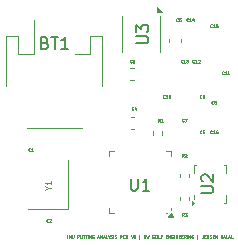
<source format=gbr>
%TF.GenerationSoftware,KiCad,Pcbnew,9.0.4*%
%TF.CreationDate,2025-09-06T18:01:58-07:00*%
%TF.ProjectId,Putting_Device,50757474-696e-4675-9f44-65766963652e,rev?*%
%TF.SameCoordinates,Original*%
%TF.FileFunction,Legend,Top*%
%TF.FilePolarity,Positive*%
%FSLAX46Y46*%
G04 Gerber Fmt 4.6, Leading zero omitted, Abs format (unit mm)*
G04 Created by KiCad (PCBNEW 9.0.4) date 2025-09-06 18:01:58*
%MOMM*%
%LPD*%
G01*
G04 APERTURE LIST*
%ADD10C,0.037500*%
%ADD11C,0.062500*%
%ADD12C,0.150000*%
%ADD13C,0.075000*%
%ADD14C,0.120000*%
G04 APERTURE END LIST*
D10*
X132084194Y-75967454D02*
X132084194Y-75717454D01*
X132203242Y-75967454D02*
X132203242Y-75717454D01*
X132203242Y-75717454D02*
X132286576Y-75896026D01*
X132286576Y-75896026D02*
X132369909Y-75717454D01*
X132369909Y-75717454D02*
X132369909Y-75967454D01*
X132488956Y-75717454D02*
X132488956Y-75919835D01*
X132488956Y-75919835D02*
X132500861Y-75943645D01*
X132500861Y-75943645D02*
X132512766Y-75955550D01*
X132512766Y-75955550D02*
X132536575Y-75967454D01*
X132536575Y-75967454D02*
X132584194Y-75967454D01*
X132584194Y-75967454D02*
X132608004Y-75955550D01*
X132608004Y-75955550D02*
X132619909Y-75943645D01*
X132619909Y-75943645D02*
X132631813Y-75919835D01*
X132631813Y-75919835D02*
X132631813Y-75717454D01*
X132941337Y-75967454D02*
X132941337Y-75717454D01*
X132941337Y-75717454D02*
X133036575Y-75717454D01*
X133036575Y-75717454D02*
X133060385Y-75729359D01*
X133060385Y-75729359D02*
X133072290Y-75741264D01*
X133072290Y-75741264D02*
X133084194Y-75765073D01*
X133084194Y-75765073D02*
X133084194Y-75800788D01*
X133084194Y-75800788D02*
X133072290Y-75824597D01*
X133072290Y-75824597D02*
X133060385Y-75836502D01*
X133060385Y-75836502D02*
X133036575Y-75848407D01*
X133036575Y-75848407D02*
X132941337Y-75848407D01*
X133191337Y-75717454D02*
X133191337Y-75919835D01*
X133191337Y-75919835D02*
X133203242Y-75943645D01*
X133203242Y-75943645D02*
X133215147Y-75955550D01*
X133215147Y-75955550D02*
X133238956Y-75967454D01*
X133238956Y-75967454D02*
X133286575Y-75967454D01*
X133286575Y-75967454D02*
X133310385Y-75955550D01*
X133310385Y-75955550D02*
X133322290Y-75943645D01*
X133322290Y-75943645D02*
X133334194Y-75919835D01*
X133334194Y-75919835D02*
X133334194Y-75717454D01*
X133417528Y-75717454D02*
X133560385Y-75717454D01*
X133488957Y-75967454D02*
X133488957Y-75717454D01*
X133608004Y-75717454D02*
X133750861Y-75717454D01*
X133679433Y-75967454D02*
X133679433Y-75717454D01*
X133834194Y-75967454D02*
X133834194Y-75717454D01*
X133953242Y-75967454D02*
X133953242Y-75717454D01*
X133953242Y-75717454D02*
X134096099Y-75967454D01*
X134096099Y-75967454D02*
X134096099Y-75717454D01*
X134346100Y-75729359D02*
X134322290Y-75717454D01*
X134322290Y-75717454D02*
X134286576Y-75717454D01*
X134286576Y-75717454D02*
X134250862Y-75729359D01*
X134250862Y-75729359D02*
X134227052Y-75753169D01*
X134227052Y-75753169D02*
X134215147Y-75776978D01*
X134215147Y-75776978D02*
X134203243Y-75824597D01*
X134203243Y-75824597D02*
X134203243Y-75860311D01*
X134203243Y-75860311D02*
X134215147Y-75907930D01*
X134215147Y-75907930D02*
X134227052Y-75931740D01*
X134227052Y-75931740D02*
X134250862Y-75955550D01*
X134250862Y-75955550D02*
X134286576Y-75967454D01*
X134286576Y-75967454D02*
X134310385Y-75967454D01*
X134310385Y-75967454D02*
X134346100Y-75955550D01*
X134346100Y-75955550D02*
X134358004Y-75943645D01*
X134358004Y-75943645D02*
X134358004Y-75860311D01*
X134358004Y-75860311D02*
X134310385Y-75860311D01*
X134643719Y-75896026D02*
X134762766Y-75896026D01*
X134619909Y-75967454D02*
X134703242Y-75717454D01*
X134703242Y-75717454D02*
X134786576Y-75967454D01*
X134869909Y-75967454D02*
X134869909Y-75717454D01*
X134869909Y-75717454D02*
X135012766Y-75967454D01*
X135012766Y-75967454D02*
X135012766Y-75717454D01*
X135119910Y-75896026D02*
X135238957Y-75896026D01*
X135096100Y-75967454D02*
X135179433Y-75717454D01*
X135179433Y-75717454D02*
X135262767Y-75967454D01*
X135465148Y-75967454D02*
X135346100Y-75967454D01*
X135346100Y-75967454D02*
X135346100Y-75717454D01*
X135596100Y-75848407D02*
X135596100Y-75967454D01*
X135512767Y-75717454D02*
X135596100Y-75848407D01*
X135596100Y-75848407D02*
X135679434Y-75717454D01*
X135750863Y-75955550D02*
X135786577Y-75967454D01*
X135786577Y-75967454D02*
X135846101Y-75967454D01*
X135846101Y-75967454D02*
X135869910Y-75955550D01*
X135869910Y-75955550D02*
X135881815Y-75943645D01*
X135881815Y-75943645D02*
X135893720Y-75919835D01*
X135893720Y-75919835D02*
X135893720Y-75896026D01*
X135893720Y-75896026D02*
X135881815Y-75872216D01*
X135881815Y-75872216D02*
X135869910Y-75860311D01*
X135869910Y-75860311D02*
X135846101Y-75848407D01*
X135846101Y-75848407D02*
X135798482Y-75836502D01*
X135798482Y-75836502D02*
X135774672Y-75824597D01*
X135774672Y-75824597D02*
X135762767Y-75812692D01*
X135762767Y-75812692D02*
X135750863Y-75788883D01*
X135750863Y-75788883D02*
X135750863Y-75765073D01*
X135750863Y-75765073D02*
X135762767Y-75741264D01*
X135762767Y-75741264D02*
X135774672Y-75729359D01*
X135774672Y-75729359D02*
X135798482Y-75717454D01*
X135798482Y-75717454D02*
X135858005Y-75717454D01*
X135858005Y-75717454D02*
X135893720Y-75729359D01*
X136000862Y-75967454D02*
X136000862Y-75717454D01*
X136108006Y-75955550D02*
X136143720Y-75967454D01*
X136143720Y-75967454D02*
X136203244Y-75967454D01*
X136203244Y-75967454D02*
X136227053Y-75955550D01*
X136227053Y-75955550D02*
X136238958Y-75943645D01*
X136238958Y-75943645D02*
X136250863Y-75919835D01*
X136250863Y-75919835D02*
X136250863Y-75896026D01*
X136250863Y-75896026D02*
X136238958Y-75872216D01*
X136238958Y-75872216D02*
X136227053Y-75860311D01*
X136227053Y-75860311D02*
X136203244Y-75848407D01*
X136203244Y-75848407D02*
X136155625Y-75836502D01*
X136155625Y-75836502D02*
X136131815Y-75824597D01*
X136131815Y-75824597D02*
X136119910Y-75812692D01*
X136119910Y-75812692D02*
X136108006Y-75788883D01*
X136108006Y-75788883D02*
X136108006Y-75765073D01*
X136108006Y-75765073D02*
X136119910Y-75741264D01*
X136119910Y-75741264D02*
X136131815Y-75729359D01*
X136131815Y-75729359D02*
X136155625Y-75717454D01*
X136155625Y-75717454D02*
X136215148Y-75717454D01*
X136215148Y-75717454D02*
X136250863Y-75729359D01*
X136548481Y-75967454D02*
X136548481Y-75717454D01*
X136548481Y-75717454D02*
X136643719Y-75717454D01*
X136643719Y-75717454D02*
X136667529Y-75729359D01*
X136667529Y-75729359D02*
X136679434Y-75741264D01*
X136679434Y-75741264D02*
X136691338Y-75765073D01*
X136691338Y-75765073D02*
X136691338Y-75800788D01*
X136691338Y-75800788D02*
X136679434Y-75824597D01*
X136679434Y-75824597D02*
X136667529Y-75836502D01*
X136667529Y-75836502D02*
X136643719Y-75848407D01*
X136643719Y-75848407D02*
X136548481Y-75848407D01*
X136941338Y-75943645D02*
X136929434Y-75955550D01*
X136929434Y-75955550D02*
X136893719Y-75967454D01*
X136893719Y-75967454D02*
X136869910Y-75967454D01*
X136869910Y-75967454D02*
X136834196Y-75955550D01*
X136834196Y-75955550D02*
X136810386Y-75931740D01*
X136810386Y-75931740D02*
X136798481Y-75907930D01*
X136798481Y-75907930D02*
X136786577Y-75860311D01*
X136786577Y-75860311D02*
X136786577Y-75824597D01*
X136786577Y-75824597D02*
X136798481Y-75776978D01*
X136798481Y-75776978D02*
X136810386Y-75753169D01*
X136810386Y-75753169D02*
X136834196Y-75729359D01*
X136834196Y-75729359D02*
X136869910Y-75717454D01*
X136869910Y-75717454D02*
X136893719Y-75717454D01*
X136893719Y-75717454D02*
X136929434Y-75729359D01*
X136929434Y-75729359D02*
X136941338Y-75741264D01*
X137131815Y-75836502D02*
X137167529Y-75848407D01*
X137167529Y-75848407D02*
X137179434Y-75860311D01*
X137179434Y-75860311D02*
X137191338Y-75884121D01*
X137191338Y-75884121D02*
X137191338Y-75919835D01*
X137191338Y-75919835D02*
X137179434Y-75943645D01*
X137179434Y-75943645D02*
X137167529Y-75955550D01*
X137167529Y-75955550D02*
X137143719Y-75967454D01*
X137143719Y-75967454D02*
X137048481Y-75967454D01*
X137048481Y-75967454D02*
X137048481Y-75717454D01*
X137048481Y-75717454D02*
X137131815Y-75717454D01*
X137131815Y-75717454D02*
X137155624Y-75729359D01*
X137155624Y-75729359D02*
X137167529Y-75741264D01*
X137167529Y-75741264D02*
X137179434Y-75765073D01*
X137179434Y-75765073D02*
X137179434Y-75788883D01*
X137179434Y-75788883D02*
X137167529Y-75812692D01*
X137167529Y-75812692D02*
X137155624Y-75824597D01*
X137155624Y-75824597D02*
X137131815Y-75836502D01*
X137131815Y-75836502D02*
X137048481Y-75836502D01*
X137453243Y-75717454D02*
X137536576Y-75967454D01*
X137536576Y-75967454D02*
X137619910Y-75717454D01*
X137750862Y-75717454D02*
X137774672Y-75717454D01*
X137774672Y-75717454D02*
X137798481Y-75729359D01*
X137798481Y-75729359D02*
X137810386Y-75741264D01*
X137810386Y-75741264D02*
X137822291Y-75765073D01*
X137822291Y-75765073D02*
X137834196Y-75812692D01*
X137834196Y-75812692D02*
X137834196Y-75872216D01*
X137834196Y-75872216D02*
X137822291Y-75919835D01*
X137822291Y-75919835D02*
X137810386Y-75943645D01*
X137810386Y-75943645D02*
X137798481Y-75955550D01*
X137798481Y-75955550D02*
X137774672Y-75967454D01*
X137774672Y-75967454D02*
X137750862Y-75967454D01*
X137750862Y-75967454D02*
X137727053Y-75955550D01*
X137727053Y-75955550D02*
X137715148Y-75943645D01*
X137715148Y-75943645D02*
X137703243Y-75919835D01*
X137703243Y-75919835D02*
X137691339Y-75872216D01*
X137691339Y-75872216D02*
X137691339Y-75812692D01*
X137691339Y-75812692D02*
X137703243Y-75765073D01*
X137703243Y-75765073D02*
X137715148Y-75741264D01*
X137715148Y-75741264D02*
X137727053Y-75729359D01*
X137727053Y-75729359D02*
X137750862Y-75717454D01*
X138191338Y-76050788D02*
X138191338Y-75693645D01*
X138560385Y-75717454D02*
X138560385Y-75919835D01*
X138560385Y-75919835D02*
X138572290Y-75943645D01*
X138572290Y-75943645D02*
X138584195Y-75955550D01*
X138584195Y-75955550D02*
X138608004Y-75967454D01*
X138608004Y-75967454D02*
X138655623Y-75967454D01*
X138655623Y-75967454D02*
X138679433Y-75955550D01*
X138679433Y-75955550D02*
X138691338Y-75943645D01*
X138691338Y-75943645D02*
X138703242Y-75919835D01*
X138703242Y-75919835D02*
X138703242Y-75717454D01*
X138798481Y-75717454D02*
X138858005Y-75967454D01*
X138858005Y-75967454D02*
X138905624Y-75788883D01*
X138905624Y-75788883D02*
X138953243Y-75967454D01*
X138953243Y-75967454D02*
X139012767Y-75717454D01*
X139429433Y-75729359D02*
X139405623Y-75717454D01*
X139405623Y-75717454D02*
X139369909Y-75717454D01*
X139369909Y-75717454D02*
X139334195Y-75729359D01*
X139334195Y-75729359D02*
X139310385Y-75753169D01*
X139310385Y-75753169D02*
X139298480Y-75776978D01*
X139298480Y-75776978D02*
X139286576Y-75824597D01*
X139286576Y-75824597D02*
X139286576Y-75860311D01*
X139286576Y-75860311D02*
X139298480Y-75907930D01*
X139298480Y-75907930D02*
X139310385Y-75931740D01*
X139310385Y-75931740D02*
X139334195Y-75955550D01*
X139334195Y-75955550D02*
X139369909Y-75967454D01*
X139369909Y-75967454D02*
X139393718Y-75967454D01*
X139393718Y-75967454D02*
X139429433Y-75955550D01*
X139429433Y-75955550D02*
X139441337Y-75943645D01*
X139441337Y-75943645D02*
X139441337Y-75860311D01*
X139441337Y-75860311D02*
X139393718Y-75860311D01*
X139596099Y-75717454D02*
X139643718Y-75717454D01*
X139643718Y-75717454D02*
X139667528Y-75729359D01*
X139667528Y-75729359D02*
X139691337Y-75753169D01*
X139691337Y-75753169D02*
X139703242Y-75800788D01*
X139703242Y-75800788D02*
X139703242Y-75884121D01*
X139703242Y-75884121D02*
X139691337Y-75931740D01*
X139691337Y-75931740D02*
X139667528Y-75955550D01*
X139667528Y-75955550D02*
X139643718Y-75967454D01*
X139643718Y-75967454D02*
X139596099Y-75967454D01*
X139596099Y-75967454D02*
X139572290Y-75955550D01*
X139572290Y-75955550D02*
X139548480Y-75931740D01*
X139548480Y-75931740D02*
X139536576Y-75884121D01*
X139536576Y-75884121D02*
X139536576Y-75800788D01*
X139536576Y-75800788D02*
X139548480Y-75753169D01*
X139548480Y-75753169D02*
X139572290Y-75729359D01*
X139572290Y-75729359D02*
X139596099Y-75717454D01*
X139929433Y-75967454D02*
X139810385Y-75967454D01*
X139810385Y-75967454D02*
X139810385Y-75717454D01*
X140096100Y-75836502D02*
X140012766Y-75836502D01*
X140012766Y-75967454D02*
X140012766Y-75717454D01*
X140012766Y-75717454D02*
X140131814Y-75717454D01*
X140417528Y-75836502D02*
X140500862Y-75836502D01*
X140536576Y-75967454D02*
X140417528Y-75967454D01*
X140417528Y-75967454D02*
X140417528Y-75717454D01*
X140417528Y-75717454D02*
X140536576Y-75717454D01*
X140643718Y-75967454D02*
X140643718Y-75717454D01*
X140643718Y-75717454D02*
X140786575Y-75967454D01*
X140786575Y-75967454D02*
X140786575Y-75717454D01*
X141036576Y-75729359D02*
X141012766Y-75717454D01*
X141012766Y-75717454D02*
X140977052Y-75717454D01*
X140977052Y-75717454D02*
X140941338Y-75729359D01*
X140941338Y-75729359D02*
X140917528Y-75753169D01*
X140917528Y-75753169D02*
X140905623Y-75776978D01*
X140905623Y-75776978D02*
X140893719Y-75824597D01*
X140893719Y-75824597D02*
X140893719Y-75860311D01*
X140893719Y-75860311D02*
X140905623Y-75907930D01*
X140905623Y-75907930D02*
X140917528Y-75931740D01*
X140917528Y-75931740D02*
X140941338Y-75955550D01*
X140941338Y-75955550D02*
X140977052Y-75967454D01*
X140977052Y-75967454D02*
X141000861Y-75967454D01*
X141000861Y-75967454D02*
X141036576Y-75955550D01*
X141036576Y-75955550D02*
X141048480Y-75943645D01*
X141048480Y-75943645D02*
X141048480Y-75860311D01*
X141048480Y-75860311D02*
X141000861Y-75860311D01*
X141155623Y-75967454D02*
X141155623Y-75717454D01*
X141274671Y-75967454D02*
X141274671Y-75717454D01*
X141274671Y-75717454D02*
X141417528Y-75967454D01*
X141417528Y-75967454D02*
X141417528Y-75717454D01*
X141536576Y-75836502D02*
X141619910Y-75836502D01*
X141655624Y-75967454D02*
X141536576Y-75967454D01*
X141536576Y-75967454D02*
X141536576Y-75717454D01*
X141536576Y-75717454D02*
X141655624Y-75717454D01*
X141762766Y-75836502D02*
X141846100Y-75836502D01*
X141881814Y-75967454D02*
X141762766Y-75967454D01*
X141762766Y-75967454D02*
X141762766Y-75717454D01*
X141762766Y-75717454D02*
X141881814Y-75717454D01*
X142131813Y-75967454D02*
X142048480Y-75848407D01*
X141988956Y-75967454D02*
X141988956Y-75717454D01*
X141988956Y-75717454D02*
X142084194Y-75717454D01*
X142084194Y-75717454D02*
X142108004Y-75729359D01*
X142108004Y-75729359D02*
X142119909Y-75741264D01*
X142119909Y-75741264D02*
X142131813Y-75765073D01*
X142131813Y-75765073D02*
X142131813Y-75800788D01*
X142131813Y-75800788D02*
X142119909Y-75824597D01*
X142119909Y-75824597D02*
X142108004Y-75836502D01*
X142108004Y-75836502D02*
X142084194Y-75848407D01*
X142084194Y-75848407D02*
X141988956Y-75848407D01*
X142238956Y-75967454D02*
X142238956Y-75717454D01*
X142358004Y-75967454D02*
X142358004Y-75717454D01*
X142358004Y-75717454D02*
X142500861Y-75967454D01*
X142500861Y-75967454D02*
X142500861Y-75717454D01*
X142750862Y-75729359D02*
X142727052Y-75717454D01*
X142727052Y-75717454D02*
X142691338Y-75717454D01*
X142691338Y-75717454D02*
X142655624Y-75729359D01*
X142655624Y-75729359D02*
X142631814Y-75753169D01*
X142631814Y-75753169D02*
X142619909Y-75776978D01*
X142619909Y-75776978D02*
X142608005Y-75824597D01*
X142608005Y-75824597D02*
X142608005Y-75860311D01*
X142608005Y-75860311D02*
X142619909Y-75907930D01*
X142619909Y-75907930D02*
X142631814Y-75931740D01*
X142631814Y-75931740D02*
X142655624Y-75955550D01*
X142655624Y-75955550D02*
X142691338Y-75967454D01*
X142691338Y-75967454D02*
X142715147Y-75967454D01*
X142715147Y-75967454D02*
X142750862Y-75955550D01*
X142750862Y-75955550D02*
X142762766Y-75943645D01*
X142762766Y-75943645D02*
X142762766Y-75860311D01*
X142762766Y-75860311D02*
X142715147Y-75860311D01*
X143119909Y-76050788D02*
X143119909Y-75693645D01*
X143560385Y-75717454D02*
X143560385Y-75896026D01*
X143560385Y-75896026D02*
X143548480Y-75931740D01*
X143548480Y-75931740D02*
X143524671Y-75955550D01*
X143524671Y-75955550D02*
X143488956Y-75967454D01*
X143488956Y-75967454D02*
X143465147Y-75967454D01*
X143679432Y-75836502D02*
X143762766Y-75836502D01*
X143798480Y-75967454D02*
X143679432Y-75967454D01*
X143679432Y-75967454D02*
X143679432Y-75717454D01*
X143679432Y-75717454D02*
X143798480Y-75717454D01*
X143905622Y-75967454D02*
X143905622Y-75717454D01*
X143905622Y-75717454D02*
X144048479Y-75967454D01*
X144048479Y-75967454D02*
X144048479Y-75717454D01*
X144155623Y-75955550D02*
X144191337Y-75967454D01*
X144191337Y-75967454D02*
X144250861Y-75967454D01*
X144250861Y-75967454D02*
X144274670Y-75955550D01*
X144274670Y-75955550D02*
X144286575Y-75943645D01*
X144286575Y-75943645D02*
X144298480Y-75919835D01*
X144298480Y-75919835D02*
X144298480Y-75896026D01*
X144298480Y-75896026D02*
X144286575Y-75872216D01*
X144286575Y-75872216D02*
X144274670Y-75860311D01*
X144274670Y-75860311D02*
X144250861Y-75848407D01*
X144250861Y-75848407D02*
X144203242Y-75836502D01*
X144203242Y-75836502D02*
X144179432Y-75824597D01*
X144179432Y-75824597D02*
X144167527Y-75812692D01*
X144167527Y-75812692D02*
X144155623Y-75788883D01*
X144155623Y-75788883D02*
X144155623Y-75765073D01*
X144155623Y-75765073D02*
X144167527Y-75741264D01*
X144167527Y-75741264D02*
X144179432Y-75729359D01*
X144179432Y-75729359D02*
X144203242Y-75717454D01*
X144203242Y-75717454D02*
X144262765Y-75717454D01*
X144262765Y-75717454D02*
X144298480Y-75729359D01*
X144405622Y-75836502D02*
X144488956Y-75836502D01*
X144524670Y-75967454D02*
X144405622Y-75967454D01*
X144405622Y-75967454D02*
X144405622Y-75717454D01*
X144405622Y-75717454D02*
X144524670Y-75717454D01*
X144631812Y-75967454D02*
X144631812Y-75717454D01*
X144631812Y-75717454D02*
X144774669Y-75967454D01*
X144774669Y-75967454D02*
X144774669Y-75717454D01*
X145084193Y-75967454D02*
X145084193Y-75717454D01*
X145227050Y-75967454D02*
X145119908Y-75824597D01*
X145227050Y-75717454D02*
X145084193Y-75860311D01*
X145322289Y-75896026D02*
X145441336Y-75896026D01*
X145298479Y-75967454D02*
X145381812Y-75717454D01*
X145381812Y-75717454D02*
X145465146Y-75967454D01*
X145667527Y-75967454D02*
X145548479Y-75967454D01*
X145548479Y-75967454D02*
X145548479Y-75717454D01*
X145738956Y-75896026D02*
X145858003Y-75896026D01*
X145715146Y-75967454D02*
X145798479Y-75717454D01*
X145798479Y-75717454D02*
X145881813Y-75967454D01*
X146084194Y-75967454D02*
X145965146Y-75967454D01*
X145965146Y-75967454D02*
X145965146Y-75717454D01*
X130483333Y-74589895D02*
X130471429Y-74601800D01*
X130471429Y-74601800D02*
X130435714Y-74613704D01*
X130435714Y-74613704D02*
X130411905Y-74613704D01*
X130411905Y-74613704D02*
X130376191Y-74601800D01*
X130376191Y-74601800D02*
X130352381Y-74577990D01*
X130352381Y-74577990D02*
X130340476Y-74554180D01*
X130340476Y-74554180D02*
X130328572Y-74506561D01*
X130328572Y-74506561D02*
X130328572Y-74470847D01*
X130328572Y-74470847D02*
X130340476Y-74423228D01*
X130340476Y-74423228D02*
X130352381Y-74399419D01*
X130352381Y-74399419D02*
X130376191Y-74375609D01*
X130376191Y-74375609D02*
X130411905Y-74363704D01*
X130411905Y-74363704D02*
X130435714Y-74363704D01*
X130435714Y-74363704D02*
X130471429Y-74375609D01*
X130471429Y-74375609D02*
X130483333Y-74387514D01*
X130578572Y-74387514D02*
X130590476Y-74375609D01*
X130590476Y-74375609D02*
X130614286Y-74363704D01*
X130614286Y-74363704D02*
X130673810Y-74363704D01*
X130673810Y-74363704D02*
X130697619Y-74375609D01*
X130697619Y-74375609D02*
X130709524Y-74387514D01*
X130709524Y-74387514D02*
X130721429Y-74411323D01*
X130721429Y-74411323D02*
X130721429Y-74435133D01*
X130721429Y-74435133D02*
X130709524Y-74470847D01*
X130709524Y-74470847D02*
X130566667Y-74613704D01*
X130566667Y-74613704D02*
X130721429Y-74613704D01*
X145339285Y-62089895D02*
X145327381Y-62101800D01*
X145327381Y-62101800D02*
X145291666Y-62113704D01*
X145291666Y-62113704D02*
X145267857Y-62113704D01*
X145267857Y-62113704D02*
X145232143Y-62101800D01*
X145232143Y-62101800D02*
X145208333Y-62077990D01*
X145208333Y-62077990D02*
X145196428Y-62054180D01*
X145196428Y-62054180D02*
X145184524Y-62006561D01*
X145184524Y-62006561D02*
X145184524Y-61970847D01*
X145184524Y-61970847D02*
X145196428Y-61923228D01*
X145196428Y-61923228D02*
X145208333Y-61899419D01*
X145208333Y-61899419D02*
X145232143Y-61875609D01*
X145232143Y-61875609D02*
X145267857Y-61863704D01*
X145267857Y-61863704D02*
X145291666Y-61863704D01*
X145291666Y-61863704D02*
X145327381Y-61875609D01*
X145327381Y-61875609D02*
X145339285Y-61887514D01*
X145577381Y-62113704D02*
X145434524Y-62113704D01*
X145505952Y-62113704D02*
X145505952Y-61863704D01*
X145505952Y-61863704D02*
X145482143Y-61899419D01*
X145482143Y-61899419D02*
X145458333Y-61923228D01*
X145458333Y-61923228D02*
X145434524Y-61935133D01*
X145815476Y-62113704D02*
X145672619Y-62113704D01*
X145744047Y-62113704D02*
X145744047Y-61863704D01*
X145744047Y-61863704D02*
X145720238Y-61899419D01*
X145720238Y-61899419D02*
X145696428Y-61923228D01*
X145696428Y-61923228D02*
X145672619Y-61935133D01*
X144339285Y-67089895D02*
X144327381Y-67101800D01*
X144327381Y-67101800D02*
X144291666Y-67113704D01*
X144291666Y-67113704D02*
X144267857Y-67113704D01*
X144267857Y-67113704D02*
X144232143Y-67101800D01*
X144232143Y-67101800D02*
X144208333Y-67077990D01*
X144208333Y-67077990D02*
X144196428Y-67054180D01*
X144196428Y-67054180D02*
X144184524Y-67006561D01*
X144184524Y-67006561D02*
X144184524Y-66970847D01*
X144184524Y-66970847D02*
X144196428Y-66923228D01*
X144196428Y-66923228D02*
X144208333Y-66899419D01*
X144208333Y-66899419D02*
X144232143Y-66875609D01*
X144232143Y-66875609D02*
X144267857Y-66863704D01*
X144267857Y-66863704D02*
X144291666Y-66863704D01*
X144291666Y-66863704D02*
X144327381Y-66875609D01*
X144327381Y-66875609D02*
X144339285Y-66887514D01*
X144577381Y-67113704D02*
X144434524Y-67113704D01*
X144505952Y-67113704D02*
X144505952Y-66863704D01*
X144505952Y-66863704D02*
X144482143Y-66899419D01*
X144482143Y-66899419D02*
X144458333Y-66923228D01*
X144458333Y-66923228D02*
X144434524Y-66935133D01*
X144791666Y-66863704D02*
X144744047Y-66863704D01*
X144744047Y-66863704D02*
X144720238Y-66875609D01*
X144720238Y-66875609D02*
X144708333Y-66887514D01*
X144708333Y-66887514D02*
X144684523Y-66923228D01*
X144684523Y-66923228D02*
X144672619Y-66970847D01*
X144672619Y-66970847D02*
X144672619Y-67066085D01*
X144672619Y-67066085D02*
X144684523Y-67089895D01*
X144684523Y-67089895D02*
X144696428Y-67101800D01*
X144696428Y-67101800D02*
X144720238Y-67113704D01*
X144720238Y-67113704D02*
X144767857Y-67113704D01*
X144767857Y-67113704D02*
X144791666Y-67101800D01*
X144791666Y-67101800D02*
X144803571Y-67089895D01*
X144803571Y-67089895D02*
X144815476Y-67066085D01*
X144815476Y-67066085D02*
X144815476Y-67006561D01*
X144815476Y-67006561D02*
X144803571Y-66982752D01*
X144803571Y-66982752D02*
X144791666Y-66970847D01*
X144791666Y-66970847D02*
X144767857Y-66958942D01*
X144767857Y-66958942D02*
X144720238Y-66958942D01*
X144720238Y-66958942D02*
X144696428Y-66970847D01*
X144696428Y-66970847D02*
X144684523Y-66982752D01*
X144684523Y-66982752D02*
X144672619Y-67006561D01*
X144339285Y-58089895D02*
X144327381Y-58101800D01*
X144327381Y-58101800D02*
X144291666Y-58113704D01*
X144291666Y-58113704D02*
X144267857Y-58113704D01*
X144267857Y-58113704D02*
X144232143Y-58101800D01*
X144232143Y-58101800D02*
X144208333Y-58077990D01*
X144208333Y-58077990D02*
X144196428Y-58054180D01*
X144196428Y-58054180D02*
X144184524Y-58006561D01*
X144184524Y-58006561D02*
X144184524Y-57970847D01*
X144184524Y-57970847D02*
X144196428Y-57923228D01*
X144196428Y-57923228D02*
X144208333Y-57899419D01*
X144208333Y-57899419D02*
X144232143Y-57875609D01*
X144232143Y-57875609D02*
X144267857Y-57863704D01*
X144267857Y-57863704D02*
X144291666Y-57863704D01*
X144291666Y-57863704D02*
X144327381Y-57875609D01*
X144327381Y-57875609D02*
X144339285Y-57887514D01*
X144577381Y-58113704D02*
X144434524Y-58113704D01*
X144505952Y-58113704D02*
X144505952Y-57863704D01*
X144505952Y-57863704D02*
X144482143Y-57899419D01*
X144482143Y-57899419D02*
X144458333Y-57923228D01*
X144458333Y-57923228D02*
X144434524Y-57935133D01*
X144803571Y-57863704D02*
X144684523Y-57863704D01*
X144684523Y-57863704D02*
X144672619Y-57982752D01*
X144672619Y-57982752D02*
X144684523Y-57970847D01*
X144684523Y-57970847D02*
X144708333Y-57958942D01*
X144708333Y-57958942D02*
X144767857Y-57958942D01*
X144767857Y-57958942D02*
X144791666Y-57970847D01*
X144791666Y-57970847D02*
X144803571Y-57982752D01*
X144803571Y-57982752D02*
X144815476Y-58006561D01*
X144815476Y-58006561D02*
X144815476Y-58066085D01*
X144815476Y-58066085D02*
X144803571Y-58089895D01*
X144803571Y-58089895D02*
X144791666Y-58101800D01*
X144791666Y-58101800D02*
X144767857Y-58113704D01*
X144767857Y-58113704D02*
X144708333Y-58113704D01*
X144708333Y-58113704D02*
X144684523Y-58101800D01*
X144684523Y-58101800D02*
X144672619Y-58089895D01*
X142339285Y-57589895D02*
X142327381Y-57601800D01*
X142327381Y-57601800D02*
X142291666Y-57613704D01*
X142291666Y-57613704D02*
X142267857Y-57613704D01*
X142267857Y-57613704D02*
X142232143Y-57601800D01*
X142232143Y-57601800D02*
X142208333Y-57577990D01*
X142208333Y-57577990D02*
X142196428Y-57554180D01*
X142196428Y-57554180D02*
X142184524Y-57506561D01*
X142184524Y-57506561D02*
X142184524Y-57470847D01*
X142184524Y-57470847D02*
X142196428Y-57423228D01*
X142196428Y-57423228D02*
X142208333Y-57399419D01*
X142208333Y-57399419D02*
X142232143Y-57375609D01*
X142232143Y-57375609D02*
X142267857Y-57363704D01*
X142267857Y-57363704D02*
X142291666Y-57363704D01*
X142291666Y-57363704D02*
X142327381Y-57375609D01*
X142327381Y-57375609D02*
X142339285Y-57387514D01*
X142577381Y-57613704D02*
X142434524Y-57613704D01*
X142505952Y-57613704D02*
X142505952Y-57363704D01*
X142505952Y-57363704D02*
X142482143Y-57399419D01*
X142482143Y-57399419D02*
X142458333Y-57423228D01*
X142458333Y-57423228D02*
X142434524Y-57435133D01*
X142791666Y-57447038D02*
X142791666Y-57613704D01*
X142732142Y-57351800D02*
X142672619Y-57530371D01*
X142672619Y-57530371D02*
X142827380Y-57530371D01*
X142839285Y-61089895D02*
X142827381Y-61101800D01*
X142827381Y-61101800D02*
X142791666Y-61113704D01*
X142791666Y-61113704D02*
X142767857Y-61113704D01*
X142767857Y-61113704D02*
X142732143Y-61101800D01*
X142732143Y-61101800D02*
X142708333Y-61077990D01*
X142708333Y-61077990D02*
X142696428Y-61054180D01*
X142696428Y-61054180D02*
X142684524Y-61006561D01*
X142684524Y-61006561D02*
X142684524Y-60970847D01*
X142684524Y-60970847D02*
X142696428Y-60923228D01*
X142696428Y-60923228D02*
X142708333Y-60899419D01*
X142708333Y-60899419D02*
X142732143Y-60875609D01*
X142732143Y-60875609D02*
X142767857Y-60863704D01*
X142767857Y-60863704D02*
X142791666Y-60863704D01*
X142791666Y-60863704D02*
X142827381Y-60875609D01*
X142827381Y-60875609D02*
X142839285Y-60887514D01*
X143077381Y-61113704D02*
X142934524Y-61113704D01*
X143005952Y-61113704D02*
X143005952Y-60863704D01*
X143005952Y-60863704D02*
X142982143Y-60899419D01*
X142982143Y-60899419D02*
X142958333Y-60923228D01*
X142958333Y-60923228D02*
X142934524Y-60935133D01*
X143172619Y-60887514D02*
X143184523Y-60875609D01*
X143184523Y-60875609D02*
X143208333Y-60863704D01*
X143208333Y-60863704D02*
X143267857Y-60863704D01*
X143267857Y-60863704D02*
X143291666Y-60875609D01*
X143291666Y-60875609D02*
X143303571Y-60887514D01*
X143303571Y-60887514D02*
X143315476Y-60911323D01*
X143315476Y-60911323D02*
X143315476Y-60935133D01*
X143315476Y-60935133D02*
X143303571Y-60970847D01*
X143303571Y-60970847D02*
X143160714Y-61113704D01*
X143160714Y-61113704D02*
X143315476Y-61113704D01*
X141958333Y-66089895D02*
X141946429Y-66101800D01*
X141946429Y-66101800D02*
X141910714Y-66113704D01*
X141910714Y-66113704D02*
X141886905Y-66113704D01*
X141886905Y-66113704D02*
X141851191Y-66101800D01*
X141851191Y-66101800D02*
X141827381Y-66077990D01*
X141827381Y-66077990D02*
X141815476Y-66054180D01*
X141815476Y-66054180D02*
X141803572Y-66006561D01*
X141803572Y-66006561D02*
X141803572Y-65970847D01*
X141803572Y-65970847D02*
X141815476Y-65923228D01*
X141815476Y-65923228D02*
X141827381Y-65899419D01*
X141827381Y-65899419D02*
X141851191Y-65875609D01*
X141851191Y-65875609D02*
X141886905Y-65863704D01*
X141886905Y-65863704D02*
X141910714Y-65863704D01*
X141910714Y-65863704D02*
X141946429Y-65875609D01*
X141946429Y-65875609D02*
X141958333Y-65887514D01*
X142041667Y-65863704D02*
X142208333Y-65863704D01*
X142208333Y-65863704D02*
X142101191Y-66113704D01*
X140339285Y-64089895D02*
X140327381Y-64101800D01*
X140327381Y-64101800D02*
X140291666Y-64113704D01*
X140291666Y-64113704D02*
X140267857Y-64113704D01*
X140267857Y-64113704D02*
X140232143Y-64101800D01*
X140232143Y-64101800D02*
X140208333Y-64077990D01*
X140208333Y-64077990D02*
X140196428Y-64054180D01*
X140196428Y-64054180D02*
X140184524Y-64006561D01*
X140184524Y-64006561D02*
X140184524Y-63970847D01*
X140184524Y-63970847D02*
X140196428Y-63923228D01*
X140196428Y-63923228D02*
X140208333Y-63899419D01*
X140208333Y-63899419D02*
X140232143Y-63875609D01*
X140232143Y-63875609D02*
X140267857Y-63863704D01*
X140267857Y-63863704D02*
X140291666Y-63863704D01*
X140291666Y-63863704D02*
X140327381Y-63875609D01*
X140327381Y-63875609D02*
X140339285Y-63887514D01*
X140577381Y-64113704D02*
X140434524Y-64113704D01*
X140505952Y-64113704D02*
X140505952Y-63863704D01*
X140505952Y-63863704D02*
X140482143Y-63899419D01*
X140482143Y-63899419D02*
X140458333Y-63923228D01*
X140458333Y-63923228D02*
X140434524Y-63935133D01*
X140732142Y-63863704D02*
X140755952Y-63863704D01*
X140755952Y-63863704D02*
X140779761Y-63875609D01*
X140779761Y-63875609D02*
X140791666Y-63887514D01*
X140791666Y-63887514D02*
X140803571Y-63911323D01*
X140803571Y-63911323D02*
X140815476Y-63958942D01*
X140815476Y-63958942D02*
X140815476Y-64018466D01*
X140815476Y-64018466D02*
X140803571Y-64066085D01*
X140803571Y-64066085D02*
X140791666Y-64089895D01*
X140791666Y-64089895D02*
X140779761Y-64101800D01*
X140779761Y-64101800D02*
X140755952Y-64113704D01*
X140755952Y-64113704D02*
X140732142Y-64113704D01*
X140732142Y-64113704D02*
X140708333Y-64101800D01*
X140708333Y-64101800D02*
X140696428Y-64089895D01*
X140696428Y-64089895D02*
X140684523Y-64066085D01*
X140684523Y-64066085D02*
X140672619Y-64018466D01*
X140672619Y-64018466D02*
X140672619Y-63958942D01*
X140672619Y-63958942D02*
X140684523Y-63911323D01*
X140684523Y-63911323D02*
X140696428Y-63887514D01*
X140696428Y-63887514D02*
X140708333Y-63875609D01*
X140708333Y-63875609D02*
X140732142Y-63863704D01*
X143458333Y-67089895D02*
X143446429Y-67101800D01*
X143446429Y-67101800D02*
X143410714Y-67113704D01*
X143410714Y-67113704D02*
X143386905Y-67113704D01*
X143386905Y-67113704D02*
X143351191Y-67101800D01*
X143351191Y-67101800D02*
X143327381Y-67077990D01*
X143327381Y-67077990D02*
X143315476Y-67054180D01*
X143315476Y-67054180D02*
X143303572Y-67006561D01*
X143303572Y-67006561D02*
X143303572Y-66970847D01*
X143303572Y-66970847D02*
X143315476Y-66923228D01*
X143315476Y-66923228D02*
X143327381Y-66899419D01*
X143327381Y-66899419D02*
X143351191Y-66875609D01*
X143351191Y-66875609D02*
X143386905Y-66863704D01*
X143386905Y-66863704D02*
X143410714Y-66863704D01*
X143410714Y-66863704D02*
X143446429Y-66875609D01*
X143446429Y-66875609D02*
X143458333Y-66887514D01*
X143672619Y-66863704D02*
X143625000Y-66863704D01*
X143625000Y-66863704D02*
X143601191Y-66875609D01*
X143601191Y-66875609D02*
X143589286Y-66887514D01*
X143589286Y-66887514D02*
X143565476Y-66923228D01*
X143565476Y-66923228D02*
X143553572Y-66970847D01*
X143553572Y-66970847D02*
X143553572Y-67066085D01*
X143553572Y-67066085D02*
X143565476Y-67089895D01*
X143565476Y-67089895D02*
X143577381Y-67101800D01*
X143577381Y-67101800D02*
X143601191Y-67113704D01*
X143601191Y-67113704D02*
X143648810Y-67113704D01*
X143648810Y-67113704D02*
X143672619Y-67101800D01*
X143672619Y-67101800D02*
X143684524Y-67089895D01*
X143684524Y-67089895D02*
X143696429Y-67066085D01*
X143696429Y-67066085D02*
X143696429Y-67006561D01*
X143696429Y-67006561D02*
X143684524Y-66982752D01*
X143684524Y-66982752D02*
X143672619Y-66970847D01*
X143672619Y-66970847D02*
X143648810Y-66958942D01*
X143648810Y-66958942D02*
X143601191Y-66958942D01*
X143601191Y-66958942D02*
X143577381Y-66970847D01*
X143577381Y-66970847D02*
X143565476Y-66982752D01*
X143565476Y-66982752D02*
X143553572Y-67006561D01*
X141839285Y-61089895D02*
X141827381Y-61101800D01*
X141827381Y-61101800D02*
X141791666Y-61113704D01*
X141791666Y-61113704D02*
X141767857Y-61113704D01*
X141767857Y-61113704D02*
X141732143Y-61101800D01*
X141732143Y-61101800D02*
X141708333Y-61077990D01*
X141708333Y-61077990D02*
X141696428Y-61054180D01*
X141696428Y-61054180D02*
X141684524Y-61006561D01*
X141684524Y-61006561D02*
X141684524Y-60970847D01*
X141684524Y-60970847D02*
X141696428Y-60923228D01*
X141696428Y-60923228D02*
X141708333Y-60899419D01*
X141708333Y-60899419D02*
X141732143Y-60875609D01*
X141732143Y-60875609D02*
X141767857Y-60863704D01*
X141767857Y-60863704D02*
X141791666Y-60863704D01*
X141791666Y-60863704D02*
X141827381Y-60875609D01*
X141827381Y-60875609D02*
X141839285Y-60887514D01*
X142077381Y-61113704D02*
X141934524Y-61113704D01*
X142005952Y-61113704D02*
X142005952Y-60863704D01*
X142005952Y-60863704D02*
X141982143Y-60899419D01*
X141982143Y-60899419D02*
X141958333Y-60923228D01*
X141958333Y-60923228D02*
X141934524Y-60935133D01*
X142160714Y-60863704D02*
X142315476Y-60863704D01*
X142315476Y-60863704D02*
X142232142Y-60958942D01*
X142232142Y-60958942D02*
X142267857Y-60958942D01*
X142267857Y-60958942D02*
X142291666Y-60970847D01*
X142291666Y-60970847D02*
X142303571Y-60982752D01*
X142303571Y-60982752D02*
X142315476Y-61006561D01*
X142315476Y-61006561D02*
X142315476Y-61066085D01*
X142315476Y-61066085D02*
X142303571Y-61089895D01*
X142303571Y-61089895D02*
X142291666Y-61101800D01*
X142291666Y-61101800D02*
X142267857Y-61113704D01*
X142267857Y-61113704D02*
X142196428Y-61113704D01*
X142196428Y-61113704D02*
X142172619Y-61101800D01*
X142172619Y-61101800D02*
X142160714Y-61089895D01*
X128958333Y-68589895D02*
X128946429Y-68601800D01*
X128946429Y-68601800D02*
X128910714Y-68613704D01*
X128910714Y-68613704D02*
X128886905Y-68613704D01*
X128886905Y-68613704D02*
X128851191Y-68601800D01*
X128851191Y-68601800D02*
X128827381Y-68577990D01*
X128827381Y-68577990D02*
X128815476Y-68554180D01*
X128815476Y-68554180D02*
X128803572Y-68506561D01*
X128803572Y-68506561D02*
X128803572Y-68470847D01*
X128803572Y-68470847D02*
X128815476Y-68423228D01*
X128815476Y-68423228D02*
X128827381Y-68399419D01*
X128827381Y-68399419D02*
X128851191Y-68375609D01*
X128851191Y-68375609D02*
X128886905Y-68363704D01*
X128886905Y-68363704D02*
X128910714Y-68363704D01*
X128910714Y-68363704D02*
X128946429Y-68375609D01*
X128946429Y-68375609D02*
X128958333Y-68387514D01*
X129196429Y-68613704D02*
X129053572Y-68613704D01*
X129125000Y-68613704D02*
X129125000Y-68363704D01*
X129125000Y-68363704D02*
X129101191Y-68399419D01*
X129101191Y-68399419D02*
X129077381Y-68423228D01*
X129077381Y-68423228D02*
X129053572Y-68435133D01*
X143458333Y-64089895D02*
X143446429Y-64101800D01*
X143446429Y-64101800D02*
X143410714Y-64113704D01*
X143410714Y-64113704D02*
X143386905Y-64113704D01*
X143386905Y-64113704D02*
X143351191Y-64101800D01*
X143351191Y-64101800D02*
X143327381Y-64077990D01*
X143327381Y-64077990D02*
X143315476Y-64054180D01*
X143315476Y-64054180D02*
X143303572Y-64006561D01*
X143303572Y-64006561D02*
X143303572Y-63970847D01*
X143303572Y-63970847D02*
X143315476Y-63923228D01*
X143315476Y-63923228D02*
X143327381Y-63899419D01*
X143327381Y-63899419D02*
X143351191Y-63875609D01*
X143351191Y-63875609D02*
X143386905Y-63863704D01*
X143386905Y-63863704D02*
X143410714Y-63863704D01*
X143410714Y-63863704D02*
X143446429Y-63875609D01*
X143446429Y-63875609D02*
X143458333Y-63887514D01*
X143577381Y-64113704D02*
X143625000Y-64113704D01*
X143625000Y-64113704D02*
X143648810Y-64101800D01*
X143648810Y-64101800D02*
X143660714Y-64089895D01*
X143660714Y-64089895D02*
X143684524Y-64054180D01*
X143684524Y-64054180D02*
X143696429Y-64006561D01*
X143696429Y-64006561D02*
X143696429Y-63911323D01*
X143696429Y-63911323D02*
X143684524Y-63887514D01*
X143684524Y-63887514D02*
X143672619Y-63875609D01*
X143672619Y-63875609D02*
X143648810Y-63863704D01*
X143648810Y-63863704D02*
X143601191Y-63863704D01*
X143601191Y-63863704D02*
X143577381Y-63875609D01*
X143577381Y-63875609D02*
X143565476Y-63887514D01*
X143565476Y-63887514D02*
X143553572Y-63911323D01*
X143553572Y-63911323D02*
X143553572Y-63970847D01*
X143553572Y-63970847D02*
X143565476Y-63994657D01*
X143565476Y-63994657D02*
X143577381Y-64006561D01*
X143577381Y-64006561D02*
X143601191Y-64018466D01*
X143601191Y-64018466D02*
X143648810Y-64018466D01*
X143648810Y-64018466D02*
X143672619Y-64006561D01*
X143672619Y-64006561D02*
X143684524Y-63994657D01*
X143684524Y-63994657D02*
X143696429Y-63970847D01*
D11*
X144458333Y-64588595D02*
X144446429Y-64600500D01*
X144446429Y-64600500D02*
X144410714Y-64612404D01*
X144410714Y-64612404D02*
X144386905Y-64612404D01*
X144386905Y-64612404D02*
X144351191Y-64600500D01*
X144351191Y-64600500D02*
X144327381Y-64576690D01*
X144327381Y-64576690D02*
X144315476Y-64552880D01*
X144315476Y-64552880D02*
X144303572Y-64505261D01*
X144303572Y-64505261D02*
X144303572Y-64469547D01*
X144303572Y-64469547D02*
X144315476Y-64421928D01*
X144315476Y-64421928D02*
X144327381Y-64398119D01*
X144327381Y-64398119D02*
X144351191Y-64374309D01*
X144351191Y-64374309D02*
X144386905Y-64362404D01*
X144386905Y-64362404D02*
X144410714Y-64362404D01*
X144410714Y-64362404D02*
X144446429Y-64374309D01*
X144446429Y-64374309D02*
X144458333Y-64386214D01*
X144601191Y-64469547D02*
X144577381Y-64457642D01*
X144577381Y-64457642D02*
X144565476Y-64445738D01*
X144565476Y-64445738D02*
X144553572Y-64421928D01*
X144553572Y-64421928D02*
X144553572Y-64410023D01*
X144553572Y-64410023D02*
X144565476Y-64386214D01*
X144565476Y-64386214D02*
X144577381Y-64374309D01*
X144577381Y-64374309D02*
X144601191Y-64362404D01*
X144601191Y-64362404D02*
X144648810Y-64362404D01*
X144648810Y-64362404D02*
X144672619Y-64374309D01*
X144672619Y-64374309D02*
X144684524Y-64386214D01*
X144684524Y-64386214D02*
X144696429Y-64410023D01*
X144696429Y-64410023D02*
X144696429Y-64421928D01*
X144696429Y-64421928D02*
X144684524Y-64445738D01*
X144684524Y-64445738D02*
X144672619Y-64457642D01*
X144672619Y-64457642D02*
X144648810Y-64469547D01*
X144648810Y-64469547D02*
X144601191Y-64469547D01*
X144601191Y-64469547D02*
X144577381Y-64481452D01*
X144577381Y-64481452D02*
X144565476Y-64493357D01*
X144565476Y-64493357D02*
X144553572Y-64517166D01*
X144553572Y-64517166D02*
X144553572Y-64564785D01*
X144553572Y-64564785D02*
X144565476Y-64588595D01*
X144565476Y-64588595D02*
X144577381Y-64600500D01*
X144577381Y-64600500D02*
X144601191Y-64612404D01*
X144601191Y-64612404D02*
X144648810Y-64612404D01*
X144648810Y-64612404D02*
X144672619Y-64600500D01*
X144672619Y-64600500D02*
X144684524Y-64588595D01*
X144684524Y-64588595D02*
X144696429Y-64564785D01*
X144696429Y-64564785D02*
X144696429Y-64517166D01*
X144696429Y-64517166D02*
X144684524Y-64493357D01*
X144684524Y-64493357D02*
X144672619Y-64481452D01*
X144672619Y-64481452D02*
X144648810Y-64469547D01*
D10*
X141958333Y-74113704D02*
X141875000Y-73994657D01*
X141815476Y-74113704D02*
X141815476Y-73863704D01*
X141815476Y-73863704D02*
X141910714Y-73863704D01*
X141910714Y-73863704D02*
X141934524Y-73875609D01*
X141934524Y-73875609D02*
X141946429Y-73887514D01*
X141946429Y-73887514D02*
X141958333Y-73911323D01*
X141958333Y-73911323D02*
X141958333Y-73947038D01*
X141958333Y-73947038D02*
X141946429Y-73970847D01*
X141946429Y-73970847D02*
X141934524Y-73982752D01*
X141934524Y-73982752D02*
X141910714Y-73994657D01*
X141910714Y-73994657D02*
X141815476Y-73994657D01*
X142041667Y-73863704D02*
X142196429Y-73863704D01*
X142196429Y-73863704D02*
X142113095Y-73958942D01*
X142113095Y-73958942D02*
X142148810Y-73958942D01*
X142148810Y-73958942D02*
X142172619Y-73970847D01*
X142172619Y-73970847D02*
X142184524Y-73982752D01*
X142184524Y-73982752D02*
X142196429Y-74006561D01*
X142196429Y-74006561D02*
X142196429Y-74066085D01*
X142196429Y-74066085D02*
X142184524Y-74089895D01*
X142184524Y-74089895D02*
X142172619Y-74101800D01*
X142172619Y-74101800D02*
X142148810Y-74113704D01*
X142148810Y-74113704D02*
X142077381Y-74113704D01*
X142077381Y-74113704D02*
X142053572Y-74101800D01*
X142053572Y-74101800D02*
X142041667Y-74089895D01*
D12*
X143454819Y-72153214D02*
X144264342Y-72153214D01*
X144264342Y-72153214D02*
X144359580Y-72105595D01*
X144359580Y-72105595D02*
X144407200Y-72057976D01*
X144407200Y-72057976D02*
X144454819Y-71962738D01*
X144454819Y-71962738D02*
X144454819Y-71772262D01*
X144454819Y-71772262D02*
X144407200Y-71677024D01*
X144407200Y-71677024D02*
X144359580Y-71629405D01*
X144359580Y-71629405D02*
X144264342Y-71581786D01*
X144264342Y-71581786D02*
X143454819Y-71581786D01*
X143550057Y-71153214D02*
X143502438Y-71105595D01*
X143502438Y-71105595D02*
X143454819Y-71010357D01*
X143454819Y-71010357D02*
X143454819Y-70772262D01*
X143454819Y-70772262D02*
X143502438Y-70677024D01*
X143502438Y-70677024D02*
X143550057Y-70629405D01*
X143550057Y-70629405D02*
X143645295Y-70581786D01*
X143645295Y-70581786D02*
X143740533Y-70581786D01*
X143740533Y-70581786D02*
X143883390Y-70629405D01*
X143883390Y-70629405D02*
X144454819Y-71200833D01*
X144454819Y-71200833D02*
X144454819Y-70581786D01*
D10*
X137698913Y-65089895D02*
X137687009Y-65101800D01*
X137687009Y-65101800D02*
X137651294Y-65113704D01*
X137651294Y-65113704D02*
X137627485Y-65113704D01*
X137627485Y-65113704D02*
X137591771Y-65101800D01*
X137591771Y-65101800D02*
X137567961Y-65077990D01*
X137567961Y-65077990D02*
X137556056Y-65054180D01*
X137556056Y-65054180D02*
X137544152Y-65006561D01*
X137544152Y-65006561D02*
X137544152Y-64970847D01*
X137544152Y-64970847D02*
X137556056Y-64923228D01*
X137556056Y-64923228D02*
X137567961Y-64899419D01*
X137567961Y-64899419D02*
X137591771Y-64875609D01*
X137591771Y-64875609D02*
X137627485Y-64863704D01*
X137627485Y-64863704D02*
X137651294Y-64863704D01*
X137651294Y-64863704D02*
X137687009Y-64875609D01*
X137687009Y-64875609D02*
X137698913Y-64887514D01*
X137913199Y-64947038D02*
X137913199Y-65113704D01*
X137853675Y-64851800D02*
X137794152Y-65030371D01*
X137794152Y-65030371D02*
X137948913Y-65030371D01*
D12*
X137475595Y-70954819D02*
X137475595Y-71764342D01*
X137475595Y-71764342D02*
X137523214Y-71859580D01*
X137523214Y-71859580D02*
X137570833Y-71907200D01*
X137570833Y-71907200D02*
X137666071Y-71954819D01*
X137666071Y-71954819D02*
X137856547Y-71954819D01*
X137856547Y-71954819D02*
X137951785Y-71907200D01*
X137951785Y-71907200D02*
X137999404Y-71859580D01*
X137999404Y-71859580D02*
X138047023Y-71764342D01*
X138047023Y-71764342D02*
X138047023Y-70954819D01*
X139047023Y-71954819D02*
X138475595Y-71954819D01*
X138761309Y-71954819D02*
X138761309Y-70954819D01*
X138761309Y-70954819D02*
X138666071Y-71097676D01*
X138666071Y-71097676D02*
X138570833Y-71192914D01*
X138570833Y-71192914D02*
X138475595Y-71240533D01*
D10*
X137533333Y-61089895D02*
X137521429Y-61101800D01*
X137521429Y-61101800D02*
X137485714Y-61113704D01*
X137485714Y-61113704D02*
X137461905Y-61113704D01*
X137461905Y-61113704D02*
X137426191Y-61101800D01*
X137426191Y-61101800D02*
X137402381Y-61077990D01*
X137402381Y-61077990D02*
X137390476Y-61054180D01*
X137390476Y-61054180D02*
X137378572Y-61006561D01*
X137378572Y-61006561D02*
X137378572Y-60970847D01*
X137378572Y-60970847D02*
X137390476Y-60923228D01*
X137390476Y-60923228D02*
X137402381Y-60899419D01*
X137402381Y-60899419D02*
X137426191Y-60875609D01*
X137426191Y-60875609D02*
X137461905Y-60863704D01*
X137461905Y-60863704D02*
X137485714Y-60863704D01*
X137485714Y-60863704D02*
X137521429Y-60875609D01*
X137521429Y-60875609D02*
X137533333Y-60887514D01*
X137616667Y-60863704D02*
X137771429Y-60863704D01*
X137771429Y-60863704D02*
X137688095Y-60958942D01*
X137688095Y-60958942D02*
X137723810Y-60958942D01*
X137723810Y-60958942D02*
X137747619Y-60970847D01*
X137747619Y-60970847D02*
X137759524Y-60982752D01*
X137759524Y-60982752D02*
X137771429Y-61006561D01*
X137771429Y-61006561D02*
X137771429Y-61066085D01*
X137771429Y-61066085D02*
X137759524Y-61089895D01*
X137759524Y-61089895D02*
X137747619Y-61101800D01*
X137747619Y-61101800D02*
X137723810Y-61113704D01*
X137723810Y-61113704D02*
X137652381Y-61113704D01*
X137652381Y-61113704D02*
X137628572Y-61101800D01*
X137628572Y-61101800D02*
X137616667Y-61089895D01*
X141958333Y-69113704D02*
X141875000Y-68994657D01*
X141815476Y-69113704D02*
X141815476Y-68863704D01*
X141815476Y-68863704D02*
X141910714Y-68863704D01*
X141910714Y-68863704D02*
X141934524Y-68875609D01*
X141934524Y-68875609D02*
X141946429Y-68887514D01*
X141946429Y-68887514D02*
X141958333Y-68911323D01*
X141958333Y-68911323D02*
X141958333Y-68947038D01*
X141958333Y-68947038D02*
X141946429Y-68970847D01*
X141946429Y-68970847D02*
X141934524Y-68982752D01*
X141934524Y-68982752D02*
X141910714Y-68994657D01*
X141910714Y-68994657D02*
X141815476Y-68994657D01*
X142053572Y-68887514D02*
X142065476Y-68875609D01*
X142065476Y-68875609D02*
X142089286Y-68863704D01*
X142089286Y-68863704D02*
X142148810Y-68863704D01*
X142148810Y-68863704D02*
X142172619Y-68875609D01*
X142172619Y-68875609D02*
X142184524Y-68887514D01*
X142184524Y-68887514D02*
X142196429Y-68911323D01*
X142196429Y-68911323D02*
X142196429Y-68935133D01*
X142196429Y-68935133D02*
X142184524Y-68970847D01*
X142184524Y-68970847D02*
X142041667Y-69113704D01*
X142041667Y-69113704D02*
X142196429Y-69113704D01*
X141458333Y-57589895D02*
X141446429Y-57601800D01*
X141446429Y-57601800D02*
X141410714Y-57613704D01*
X141410714Y-57613704D02*
X141386905Y-57613704D01*
X141386905Y-57613704D02*
X141351191Y-57601800D01*
X141351191Y-57601800D02*
X141327381Y-57577990D01*
X141327381Y-57577990D02*
X141315476Y-57554180D01*
X141315476Y-57554180D02*
X141303572Y-57506561D01*
X141303572Y-57506561D02*
X141303572Y-57470847D01*
X141303572Y-57470847D02*
X141315476Y-57423228D01*
X141315476Y-57423228D02*
X141327381Y-57399419D01*
X141327381Y-57399419D02*
X141351191Y-57375609D01*
X141351191Y-57375609D02*
X141386905Y-57363704D01*
X141386905Y-57363704D02*
X141410714Y-57363704D01*
X141410714Y-57363704D02*
X141446429Y-57375609D01*
X141446429Y-57375609D02*
X141458333Y-57387514D01*
X141684524Y-57363704D02*
X141565476Y-57363704D01*
X141565476Y-57363704D02*
X141553572Y-57482752D01*
X141553572Y-57482752D02*
X141565476Y-57470847D01*
X141565476Y-57470847D02*
X141589286Y-57458942D01*
X141589286Y-57458942D02*
X141648810Y-57458942D01*
X141648810Y-57458942D02*
X141672619Y-57470847D01*
X141672619Y-57470847D02*
X141684524Y-57482752D01*
X141684524Y-57482752D02*
X141696429Y-57506561D01*
X141696429Y-57506561D02*
X141696429Y-57566085D01*
X141696429Y-57566085D02*
X141684524Y-57589895D01*
X141684524Y-57589895D02*
X141672619Y-57601800D01*
X141672619Y-57601800D02*
X141648810Y-57613704D01*
X141648810Y-57613704D02*
X141589286Y-57613704D01*
X141589286Y-57613704D02*
X141565476Y-57601800D01*
X141565476Y-57601800D02*
X141553572Y-57589895D01*
X139958333Y-66113704D02*
X139875000Y-65994657D01*
X139815476Y-66113704D02*
X139815476Y-65863704D01*
X139815476Y-65863704D02*
X139910714Y-65863704D01*
X139910714Y-65863704D02*
X139934524Y-65875609D01*
X139934524Y-65875609D02*
X139946429Y-65887514D01*
X139946429Y-65887514D02*
X139958333Y-65911323D01*
X139958333Y-65911323D02*
X139958333Y-65947038D01*
X139958333Y-65947038D02*
X139946429Y-65970847D01*
X139946429Y-65970847D02*
X139934524Y-65982752D01*
X139934524Y-65982752D02*
X139910714Y-65994657D01*
X139910714Y-65994657D02*
X139815476Y-65994657D01*
X140196429Y-66113704D02*
X140053572Y-66113704D01*
X140125000Y-66113704D02*
X140125000Y-65863704D01*
X140125000Y-65863704D02*
X140101191Y-65899419D01*
X140101191Y-65899419D02*
X140077381Y-65923228D01*
X140077381Y-65923228D02*
X140053572Y-65935133D01*
D12*
X137954819Y-59478214D02*
X138764342Y-59478214D01*
X138764342Y-59478214D02*
X138859580Y-59430595D01*
X138859580Y-59430595D02*
X138907200Y-59382976D01*
X138907200Y-59382976D02*
X138954819Y-59287738D01*
X138954819Y-59287738D02*
X138954819Y-59097262D01*
X138954819Y-59097262D02*
X138907200Y-59002024D01*
X138907200Y-59002024D02*
X138859580Y-58954405D01*
X138859580Y-58954405D02*
X138764342Y-58906786D01*
X138764342Y-58906786D02*
X137954819Y-58906786D01*
X137954819Y-58525833D02*
X137954819Y-57906786D01*
X137954819Y-57906786D02*
X138335771Y-58240119D01*
X138335771Y-58240119D02*
X138335771Y-58097262D01*
X138335771Y-58097262D02*
X138383390Y-58002024D01*
X138383390Y-58002024D02*
X138431009Y-57954405D01*
X138431009Y-57954405D02*
X138526247Y-57906786D01*
X138526247Y-57906786D02*
X138764342Y-57906786D01*
X138764342Y-57906786D02*
X138859580Y-57954405D01*
X138859580Y-57954405D02*
X138907200Y-58002024D01*
X138907200Y-58002024D02*
X138954819Y-58097262D01*
X138954819Y-58097262D02*
X138954819Y-58382976D01*
X138954819Y-58382976D02*
X138907200Y-58478214D01*
X138907200Y-58478214D02*
X138859580Y-58525833D01*
X130214285Y-59431009D02*
X130357142Y-59478628D01*
X130357142Y-59478628D02*
X130404761Y-59526247D01*
X130404761Y-59526247D02*
X130452380Y-59621485D01*
X130452380Y-59621485D02*
X130452380Y-59764342D01*
X130452380Y-59764342D02*
X130404761Y-59859580D01*
X130404761Y-59859580D02*
X130357142Y-59907200D01*
X130357142Y-59907200D02*
X130261904Y-59954819D01*
X130261904Y-59954819D02*
X129880952Y-59954819D01*
X129880952Y-59954819D02*
X129880952Y-58954819D01*
X129880952Y-58954819D02*
X130214285Y-58954819D01*
X130214285Y-58954819D02*
X130309523Y-59002438D01*
X130309523Y-59002438D02*
X130357142Y-59050057D01*
X130357142Y-59050057D02*
X130404761Y-59145295D01*
X130404761Y-59145295D02*
X130404761Y-59240533D01*
X130404761Y-59240533D02*
X130357142Y-59335771D01*
X130357142Y-59335771D02*
X130309523Y-59383390D01*
X130309523Y-59383390D02*
X130214285Y-59431009D01*
X130214285Y-59431009D02*
X129880952Y-59431009D01*
X130738095Y-58954819D02*
X131309523Y-58954819D01*
X131023809Y-59954819D02*
X131023809Y-58954819D01*
X132166666Y-59954819D02*
X131595238Y-59954819D01*
X131880952Y-59954819D02*
X131880952Y-58954819D01*
X131880952Y-58954819D02*
X131785714Y-59097676D01*
X131785714Y-59097676D02*
X131690476Y-59192914D01*
X131690476Y-59192914D02*
X131595238Y-59240533D01*
D13*
X130489314Y-71738094D02*
X130727409Y-71738094D01*
X130227409Y-71904760D02*
X130489314Y-71738094D01*
X130489314Y-71738094D02*
X130227409Y-71571427D01*
X130727409Y-71142856D02*
X130727409Y-71428570D01*
X130727409Y-71285713D02*
X130227409Y-71285713D01*
X130227409Y-71285713D02*
X130298838Y-71333332D01*
X130298838Y-71333332D02*
X130346457Y-71380951D01*
X130346457Y-71380951D02*
X130370266Y-71428570D01*
D14*
%TO.C,R3*%
X141632500Y-72794951D02*
X141632500Y-72487669D01*
X142392500Y-72794951D02*
X142392500Y-72487669D01*
%TO.C,U2*%
X142840000Y-69781310D02*
X143015000Y-69781310D01*
X142840000Y-70456310D02*
X142840000Y-69781310D01*
X142840000Y-72326310D02*
X142840000Y-72701310D01*
X145560000Y-69781310D02*
X145385000Y-69781310D01*
X145560000Y-70456310D02*
X145560000Y-69781310D01*
X145560000Y-72326310D02*
X145560000Y-73001310D01*
X145560000Y-73001310D02*
X145385000Y-73001310D01*
X142840000Y-73001310D02*
X142650000Y-73141310D01*
X142650000Y-72861310D01*
X142840000Y-73001310D01*
G36*
X142840000Y-73001310D02*
G01*
X142650000Y-73141310D01*
X142650000Y-72861310D01*
X142840000Y-73001310D01*
G37*
%TO.C,C4*%
X137740580Y-65731310D02*
X137459420Y-65731310D01*
X137740580Y-66751310D02*
X137459420Y-66751310D01*
%TO.C,U1*%
X135627500Y-68631310D02*
X135627500Y-69056310D01*
X135627500Y-73851310D02*
X135627500Y-73426310D01*
X136052500Y-68631310D02*
X135627500Y-68631310D01*
X136052500Y-73851310D02*
X135627500Y-73851310D01*
X140422500Y-68631310D02*
X140847500Y-68631310D01*
X140422500Y-73851310D02*
X140547500Y-73851310D01*
X140847500Y-68631310D02*
X140847500Y-69056310D01*
X140847500Y-73426310D02*
X140847500Y-73611310D01*
X141087500Y-74181310D02*
X140607500Y-74181310D01*
X140847500Y-73851310D01*
X141087500Y-74181310D01*
G36*
X141087500Y-74181310D02*
G01*
X140607500Y-74181310D01*
X140847500Y-73851310D01*
X141087500Y-74181310D01*
G37*
%TO.C,C3*%
X137715580Y-61581310D02*
X137434420Y-61581310D01*
X137715580Y-62601310D02*
X137434420Y-62601310D01*
%TO.C,R2*%
X141632500Y-70537669D02*
X141632500Y-70844951D01*
X142392500Y-70537669D02*
X142392500Y-70844951D01*
%TO.C,C5*%
X140690000Y-59100730D02*
X140690000Y-59381890D01*
X141710000Y-59100730D02*
X141710000Y-59381890D01*
%TO.C,R1*%
X139320000Y-67244951D02*
X139320000Y-66937669D01*
X140080000Y-67244951D02*
X140080000Y-66937669D01*
%TO.C,U3*%
X136690000Y-57216310D02*
X136690000Y-60216310D01*
X139910000Y-57216310D02*
X139910000Y-60216310D01*
X140140000Y-56876310D02*
X139660000Y-56876310D01*
X139660000Y-56396310D01*
X140140000Y-56876310D01*
G36*
X140140000Y-56876310D02*
G01*
X139660000Y-56876310D01*
X139660000Y-56396310D01*
X140140000Y-56876310D01*
G37*
%TO.C,BT1*%
X126940000Y-58831310D02*
X127960000Y-58831310D01*
X126940000Y-63081310D02*
X126940000Y-58831310D01*
X127960000Y-58831310D02*
X127960000Y-60431310D01*
X127960000Y-60431310D02*
X129240000Y-60431310D01*
X128660000Y-66651310D02*
X133340000Y-66651310D01*
X129240000Y-60431310D02*
X129240000Y-57541310D01*
X134040000Y-58831310D02*
X134040000Y-60431310D01*
X134040000Y-60431310D02*
X132760000Y-60431310D01*
X135060000Y-58831310D02*
X134040000Y-58831310D01*
X135060000Y-63081310D02*
X135060000Y-58831310D01*
%TO.C,Y1*%
X128740000Y-73501310D02*
X132160000Y-73501310D01*
X132160000Y-73501310D02*
X132160000Y-69381310D01*
%TD*%
M02*

</source>
